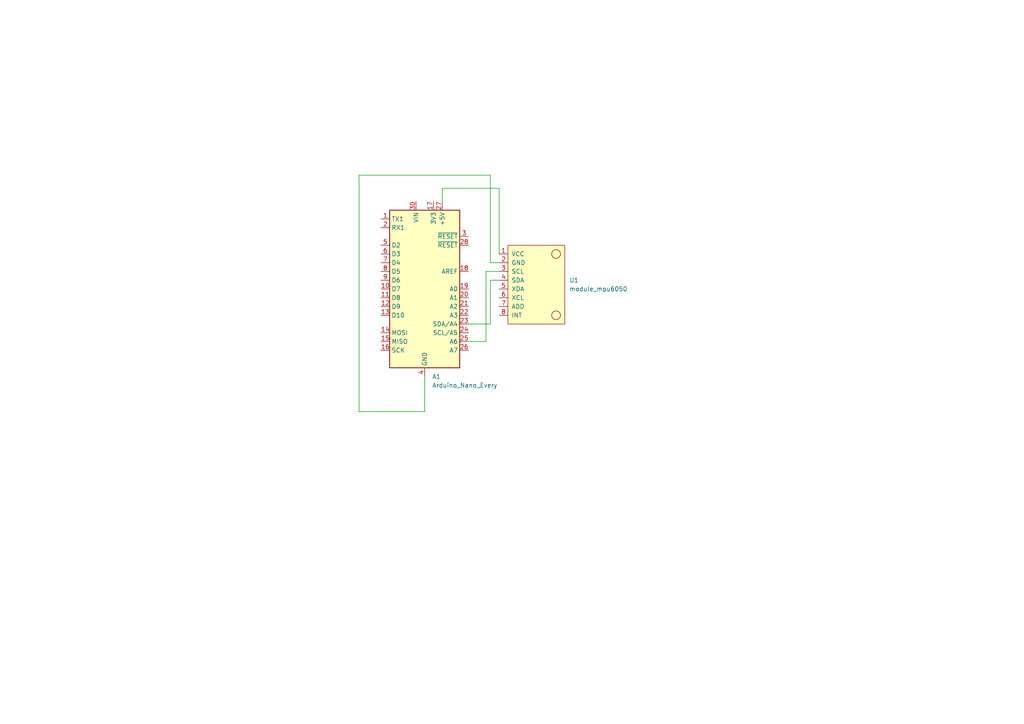
<source format=kicad_sch>
(kicad_sch (version 20250114) (generator "eeschema") (generator_version "9.0")
  (paper "A4")
  (lib_symbols
    (symbol "MCU_Module:Arduino_Nano_Every"
      (property "Reference" "A" (at -10.16 23.495 0))
      (property "Value" "Arduino_Nano_Every" (at 5.08 -24.13 0))
      (symbol "Arduino_Nano_Every_0_1"
        (rectangle (start -10.16 22.86) (end 10.16 -22.86) (stroke (width 0.254)) (fill (type background)))
      )
      (symbol "Arduino_Nano_Every_1_1"
        (pin bidirectional line (at -12.7 20.32 0) (length 2.54) (name "TX1") (number "1"))
        (pin bidirectional line (at -12.7 17.78 0) (length 2.54) (name "RX1") (number "2"))
        (pin bidirectional line (at -12.7 12.7 0) (length 2.54) (name "D2") (number "5"))
        (pin bidirectional line (at -12.7 10.16 0) (length 2.54) (name "D3") (number "6"))
        (pin bidirectional line (at -12.7 7.62 0) (length 2.54) (name "D4") (number "7"))
        (pin bidirectional line (at -12.7 5.08 0) (length 2.54) (name "D5") (number "8"))
        (pin bidirectional line (at -12.7 2.54 0) (length 2.54) (name "D6") (number "9"))
        (pin bidirectional line (at -12.7 0 0) (length 2.54) (name "D7") (number "10"))
        (pin bidirectional line (at -12.7 -2.54 0) (length 2.54) (name "D8") (number "11"))
        (pin bidirectional line (at -12.7 -5.08 0) (length 2.54) (name "D9") (number "12"))
        (pin bidirectional line (at -12.7 -7.62 0) (length 2.54) (name "D10") (number "13"))
        (pin bidirectional line (at -12.7 -12.7 0) (length 2.54) (name "MOSI") (number "14"))
        (pin bidirectional line (at -12.7 -15.24 0) (length 2.54) (name "MISO") (number "15"))
        (pin bidirectional line (at -12.7 -17.78 0) (length 2.54) (name "SCK") (number "16"))
        (pin power_in line (at -2.54 25.4 270) (length 2.54) (name "VIN") (number "30"))
        (pin passive line (at 0 -25.4 90) (length 2.54) (hide yes) (name "GND") (number "29"))
        (pin power_in line (at 0 -25.4 90) (length 2.54) (name "GND") (number "4"))
        (pin power_out line (at 2.54 25.4 270) (length 2.54) (name "3V3") (number "17"))
        (pin power_out line (at 5.08 25.4 270) (length 2.54) (name "+5V") (number "27"))
        (pin input line (at 12.7 15.24 180) (length 2.54) (name "~{RESET}") (number "3"))
        (pin input line (at 12.7 12.7 180) (length 2.54) (name "~{RESET}") (number "28"))
        (pin input line (at 12.7 5.08 180) (length 2.54) (name "AREF") (number "18"))
        (pin bidirectional line (at 12.7 0 180) (length 2.54) (name "A0") (number "19"))
        (pin bidirectional line (at 12.7 -2.54 180) (length 2.54) (name "A1") (number "20"))
        (pin bidirectional line (at 12.7 -5.08 180) (length 2.54) (name "A2") (number "21"))
        (pin bidirectional line (at 12.7 -7.62 180) (length 2.54) (name "A3") (number "22"))
        (pin bidirectional line (at 12.7 -10.16 180) (length 2.54) (name "SDA/A4") (number "23"))
        (pin bidirectional line (at 12.7 -12.7 180) (length 2.54) (name "SCL/A5") (number "24"))
        (pin bidirectional line (at 12.7 -15.24 180) (length 2.54) (name "A6") (number "25"))
        (pin bidirectional line (at 12.7 -17.78 180) (length 2.54) (name "A7") (number "26"))
      )
    )
    (symbol "usini_sensors:module_mpu6050" (pin_names (offset 1.016))
      (property "Reference" "U" (at 2.54 21.59 0))
      (property "Value" "module_mpu6050" (at 11.43 -3.81 0))
      (symbol "module_mpu6050_0_1"
        (rectangle (start 2.54 20.32) (end 19.05 -2.54) (fill (type background)))
        (circle (center 16.51 17.78) (radius 1.27))
        (circle (center 16.51 0) (radius 1.27))
      )
      (symbol "module_mpu6050_1_1"
        (pin input line (at 0 17.78 0) (length 2.54) (name "VCC") (number "1"))
        (pin input line (at 0 15.24 0) (length 2.54) (name "GND") (number "2"))
        (pin input line (at 0 12.7 0) (length 2.54) (name "SCL") (number "3"))
        (pin input line (at 0 10.16 0) (length 2.54) (name "SDA") (number "4"))
        (pin input line (at 0 7.62 0) (length 2.54) (name "XDA") (number "5"))
        (pin input line (at 0 5.08 0) (length 2.54) (name "XCL") (number "6"))
        (pin input line (at 0 2.54 0) (length 2.54) (name "ADD") (number "7"))
        (pin input line (at 0 0 0) (length 2.54) (name "INT") (number "8"))
      )
    )
  )
  (wire (pts (xy 142.24 93.98) (xy 142.24 81.28)))
  (wire (pts (xy 104.14 50.8) (xy 142.24 50.8)))
  (wire (pts (xy 128.27 54.61) (xy 144.78 54.61)))
  (wire (pts (xy 135.89 93.98) (xy 142.24 93.98)))
  (wire (pts (xy 142.24 76.2) (xy 144.78 76.2)))
  (wire (pts (xy 123.19 119.38) (xy 104.14 119.38)))
  (wire (pts (xy 104.14 119.38) (xy 104.14 50.8)))
  (wire (pts (xy 142.24 81.28) (xy 144.78 81.28)))
  (wire (pts (xy 140.97 99.06) (xy 140.97 78.74)))
  (wire (pts (xy 123.19 109.22) (xy 123.19 119.38)))
  (wire (pts (xy 140.97 78.74) (xy 144.78 78.74)))
  (wire (pts (xy 144.78 54.61) (xy 144.78 73.66)))
  (wire (pts (xy 135.89 99.06) (xy 140.97 99.06)))
  (wire (pts (xy 128.27 54.61) (xy 128.27 58.42)))
  (wire (pts (xy 142.24 50.8) (xy 142.24 76.2)))
  (symbol (lib_id "MCU_Module:Arduino_Nano_Every") (at 123.19 83.82 0) (unit 1)
    (property "Reference" "A1" (at 125.3333 109.22 0) (effects (justify left)))
    (property "Value" "Arduino_Nano_Every" (at 125.3333 111.76 0) (effects (justify left)))
    (property "Footprint" "Module:Arduino_Nano" (effects (hide yes)))
    (property "Datasheet" "https://content.arduino.cc/assets/NANOEveryV3.0_sch.pdf" (effects (hide yes)))
    (property "Description" "Arduino Nano Every" (effects (hide yes)))
  )
  (symbol (lib_id "usini_sensors:module_mpu6050") (at 144.78 91.44 0) (unit 1)
    (property "Reference" "U1" (at 165.1 81.2799 0) (effects (justify left)))
    (property "Value" "module_mpu6050" (at 165.1 83.8199 0) (effects (justify left)))
    (property "Footprint" "usini_sensors:module_mpu6050" (effects (hide yes)))
  )
)
</source>
